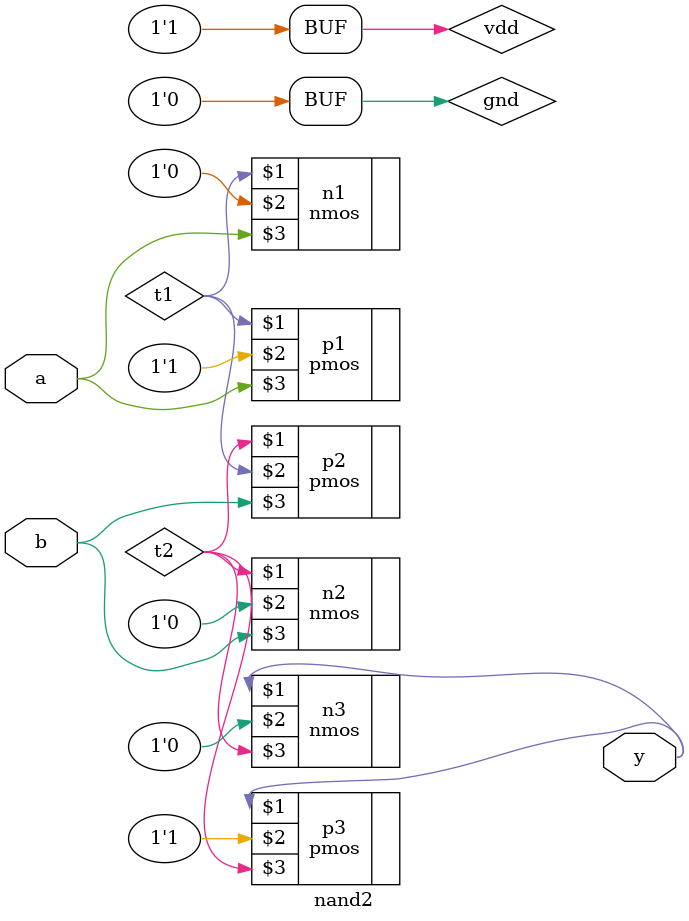
<source format=v>
module nand2 (
input a,b,
output y
);
 
supply1 vdd;
supply0 gnd;
wire t1;
wire t2;
 
pmos p1 (t1, vdd, a);
pmos p2 (t2, t1,  b);
 
nmos n1 (t1, gnd, a);
nmos n2 (t2, gnd, b);
 
pmos p3 (y, vdd, t2);
nmos n3 (y, gnd, t2);
 
endmodule
</source>
